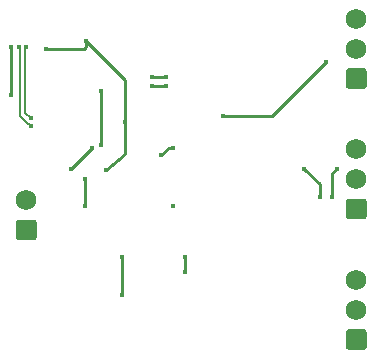
<source format=gbr>
G04 #@! TF.GenerationSoftware,KiCad,Pcbnew,5.1.5-52549c5~84~ubuntu18.04.1*
G04 #@! TF.CreationDate,2020-02-07T18:48:43-05:00*
G04 #@! TF.ProjectId,ultrasonic,756c7472-6173-46f6-9e69-632e6b696361,rev?*
G04 #@! TF.SameCoordinates,Original*
G04 #@! TF.FileFunction,Copper,L2,Bot*
G04 #@! TF.FilePolarity,Positive*
%FSLAX46Y46*%
G04 Gerber Fmt 4.6, Leading zero omitted, Abs format (unit mm)*
G04 Created by KiCad (PCBNEW 5.1.5-52549c5~84~ubuntu18.04.1) date 2020-02-07 18:48:43*
%MOMM*%
%LPD*%
G04 APERTURE LIST*
%ADD10C,1.740000*%
%ADD11C,0.100000*%
%ADD12C,0.400000*%
%ADD13C,0.250000*%
%ADD14C,0.200000*%
G04 APERTURE END LIST*
D10*
X137668000Y-114935000D03*
X137668000Y-117475000D03*
G04 #@! TA.AperFunction,ComponentPad*
D11*
G36*
X138312505Y-119146204D02*
G01*
X138336773Y-119149804D01*
X138360572Y-119155765D01*
X138383671Y-119164030D01*
X138405850Y-119174520D01*
X138426893Y-119187132D01*
X138446599Y-119201747D01*
X138464777Y-119218223D01*
X138481253Y-119236401D01*
X138495868Y-119256107D01*
X138508480Y-119277150D01*
X138518970Y-119299329D01*
X138527235Y-119322428D01*
X138533196Y-119346227D01*
X138536796Y-119370495D01*
X138538000Y-119394999D01*
X138538000Y-120635001D01*
X138536796Y-120659505D01*
X138533196Y-120683773D01*
X138527235Y-120707572D01*
X138518970Y-120730671D01*
X138508480Y-120752850D01*
X138495868Y-120773893D01*
X138481253Y-120793599D01*
X138464777Y-120811777D01*
X138446599Y-120828253D01*
X138426893Y-120842868D01*
X138405850Y-120855480D01*
X138383671Y-120865970D01*
X138360572Y-120874235D01*
X138336773Y-120880196D01*
X138312505Y-120883796D01*
X138288001Y-120885000D01*
X137047999Y-120885000D01*
X137023495Y-120883796D01*
X136999227Y-120880196D01*
X136975428Y-120874235D01*
X136952329Y-120865970D01*
X136930150Y-120855480D01*
X136909107Y-120842868D01*
X136889401Y-120828253D01*
X136871223Y-120811777D01*
X136854747Y-120793599D01*
X136840132Y-120773893D01*
X136827520Y-120752850D01*
X136817030Y-120730671D01*
X136808765Y-120707572D01*
X136802804Y-120683773D01*
X136799204Y-120659505D01*
X136798000Y-120635001D01*
X136798000Y-119394999D01*
X136799204Y-119370495D01*
X136802804Y-119346227D01*
X136808765Y-119322428D01*
X136817030Y-119299329D01*
X136827520Y-119277150D01*
X136840132Y-119256107D01*
X136854747Y-119236401D01*
X136871223Y-119218223D01*
X136889401Y-119201747D01*
X136909107Y-119187132D01*
X136930150Y-119174520D01*
X136952329Y-119164030D01*
X136975428Y-119155765D01*
X136999227Y-119149804D01*
X137023495Y-119146204D01*
X137047999Y-119145000D01*
X138288001Y-119145000D01*
X138312505Y-119146204D01*
G37*
G04 #@! TD.AperFunction*
D10*
X137668000Y-103886000D03*
X137668000Y-106426000D03*
G04 #@! TA.AperFunction,ComponentPad*
D11*
G36*
X138312505Y-108097204D02*
G01*
X138336773Y-108100804D01*
X138360572Y-108106765D01*
X138383671Y-108115030D01*
X138405850Y-108125520D01*
X138426893Y-108138132D01*
X138446599Y-108152747D01*
X138464777Y-108169223D01*
X138481253Y-108187401D01*
X138495868Y-108207107D01*
X138508480Y-108228150D01*
X138518970Y-108250329D01*
X138527235Y-108273428D01*
X138533196Y-108297227D01*
X138536796Y-108321495D01*
X138538000Y-108345999D01*
X138538000Y-109586001D01*
X138536796Y-109610505D01*
X138533196Y-109634773D01*
X138527235Y-109658572D01*
X138518970Y-109681671D01*
X138508480Y-109703850D01*
X138495868Y-109724893D01*
X138481253Y-109744599D01*
X138464777Y-109762777D01*
X138446599Y-109779253D01*
X138426893Y-109793868D01*
X138405850Y-109806480D01*
X138383671Y-109816970D01*
X138360572Y-109825235D01*
X138336773Y-109831196D01*
X138312505Y-109834796D01*
X138288001Y-109836000D01*
X137047999Y-109836000D01*
X137023495Y-109834796D01*
X136999227Y-109831196D01*
X136975428Y-109825235D01*
X136952329Y-109816970D01*
X136930150Y-109806480D01*
X136909107Y-109793868D01*
X136889401Y-109779253D01*
X136871223Y-109762777D01*
X136854747Y-109744599D01*
X136840132Y-109724893D01*
X136827520Y-109703850D01*
X136817030Y-109681671D01*
X136808765Y-109658572D01*
X136802804Y-109634773D01*
X136799204Y-109610505D01*
X136798000Y-109586001D01*
X136798000Y-108345999D01*
X136799204Y-108321495D01*
X136802804Y-108297227D01*
X136808765Y-108273428D01*
X136817030Y-108250329D01*
X136827520Y-108228150D01*
X136840132Y-108207107D01*
X136854747Y-108187401D01*
X136871223Y-108169223D01*
X136889401Y-108152747D01*
X136909107Y-108138132D01*
X136930150Y-108125520D01*
X136952329Y-108115030D01*
X136975428Y-108106765D01*
X136999227Y-108100804D01*
X137023495Y-108097204D01*
X137047999Y-108096000D01*
X138288001Y-108096000D01*
X138312505Y-108097204D01*
G37*
G04 #@! TD.AperFunction*
D10*
X137668000Y-92837000D03*
X137668000Y-95377000D03*
G04 #@! TA.AperFunction,ComponentPad*
D11*
G36*
X138312505Y-97048204D02*
G01*
X138336773Y-97051804D01*
X138360572Y-97057765D01*
X138383671Y-97066030D01*
X138405850Y-97076520D01*
X138426893Y-97089132D01*
X138446599Y-97103747D01*
X138464777Y-97120223D01*
X138481253Y-97138401D01*
X138495868Y-97158107D01*
X138508480Y-97179150D01*
X138518970Y-97201329D01*
X138527235Y-97224428D01*
X138533196Y-97248227D01*
X138536796Y-97272495D01*
X138538000Y-97296999D01*
X138538000Y-98537001D01*
X138536796Y-98561505D01*
X138533196Y-98585773D01*
X138527235Y-98609572D01*
X138518970Y-98632671D01*
X138508480Y-98654850D01*
X138495868Y-98675893D01*
X138481253Y-98695599D01*
X138464777Y-98713777D01*
X138446599Y-98730253D01*
X138426893Y-98744868D01*
X138405850Y-98757480D01*
X138383671Y-98767970D01*
X138360572Y-98776235D01*
X138336773Y-98782196D01*
X138312505Y-98785796D01*
X138288001Y-98787000D01*
X137047999Y-98787000D01*
X137023495Y-98785796D01*
X136999227Y-98782196D01*
X136975428Y-98776235D01*
X136952329Y-98767970D01*
X136930150Y-98757480D01*
X136909107Y-98744868D01*
X136889401Y-98730253D01*
X136871223Y-98713777D01*
X136854747Y-98695599D01*
X136840132Y-98675893D01*
X136827520Y-98654850D01*
X136817030Y-98632671D01*
X136808765Y-98609572D01*
X136802804Y-98585773D01*
X136799204Y-98561505D01*
X136798000Y-98537001D01*
X136798000Y-97296999D01*
X136799204Y-97272495D01*
X136802804Y-97248227D01*
X136808765Y-97224428D01*
X136817030Y-97201329D01*
X136827520Y-97179150D01*
X136840132Y-97158107D01*
X136854747Y-97138401D01*
X136871223Y-97120223D01*
X136889401Y-97103747D01*
X136909107Y-97089132D01*
X136930150Y-97076520D01*
X136952329Y-97066030D01*
X136975428Y-97057765D01*
X136999227Y-97051804D01*
X137023495Y-97048204D01*
X137047999Y-97047000D01*
X138288001Y-97047000D01*
X138312505Y-97048204D01*
G37*
G04 #@! TD.AperFunction*
D10*
X109728000Y-108204000D03*
G04 #@! TA.AperFunction,ComponentPad*
D11*
G36*
X110372505Y-109875204D02*
G01*
X110396773Y-109878804D01*
X110420572Y-109884765D01*
X110443671Y-109893030D01*
X110465850Y-109903520D01*
X110486893Y-109916132D01*
X110506599Y-109930747D01*
X110524777Y-109947223D01*
X110541253Y-109965401D01*
X110555868Y-109985107D01*
X110568480Y-110006150D01*
X110578970Y-110028329D01*
X110587235Y-110051428D01*
X110593196Y-110075227D01*
X110596796Y-110099495D01*
X110598000Y-110123999D01*
X110598000Y-111364001D01*
X110596796Y-111388505D01*
X110593196Y-111412773D01*
X110587235Y-111436572D01*
X110578970Y-111459671D01*
X110568480Y-111481850D01*
X110555868Y-111502893D01*
X110541253Y-111522599D01*
X110524777Y-111540777D01*
X110506599Y-111557253D01*
X110486893Y-111571868D01*
X110465850Y-111584480D01*
X110443671Y-111594970D01*
X110420572Y-111603235D01*
X110396773Y-111609196D01*
X110372505Y-111612796D01*
X110348001Y-111614000D01*
X109107999Y-111614000D01*
X109083495Y-111612796D01*
X109059227Y-111609196D01*
X109035428Y-111603235D01*
X109012329Y-111594970D01*
X108990150Y-111584480D01*
X108969107Y-111571868D01*
X108949401Y-111557253D01*
X108931223Y-111540777D01*
X108914747Y-111522599D01*
X108900132Y-111502893D01*
X108887520Y-111481850D01*
X108877030Y-111459671D01*
X108868765Y-111436572D01*
X108862804Y-111412773D01*
X108859204Y-111388505D01*
X108858000Y-111364001D01*
X108858000Y-110123999D01*
X108859204Y-110099495D01*
X108862804Y-110075227D01*
X108868765Y-110051428D01*
X108877030Y-110028329D01*
X108887520Y-110006150D01*
X108900132Y-109985107D01*
X108914747Y-109965401D01*
X108931223Y-109947223D01*
X108949401Y-109930747D01*
X108969107Y-109916132D01*
X108990150Y-109903520D01*
X109012329Y-109893030D01*
X109035428Y-109884765D01*
X109059227Y-109878804D01*
X109083495Y-109875204D01*
X109107999Y-109874000D01*
X110348001Y-109874000D01*
X110372505Y-109875204D01*
G37*
G04 #@! TD.AperFunction*
D12*
X116078000Y-98933000D03*
X116078000Y-103505000D03*
X108458000Y-99314000D03*
X108458000Y-95250000D03*
X114681000Y-108712000D03*
X114681000Y-106426000D03*
X110109000Y-101925000D03*
X109093000Y-95250000D03*
X110109000Y-101275000D03*
X109728000Y-95250000D03*
X122174000Y-108712000D03*
X118110000Y-101600000D03*
X118110000Y-101600000D03*
X136017000Y-105537000D03*
X135636000Y-107950000D03*
X114808000Y-94742000D03*
X116459000Y-105664000D03*
X114808000Y-94742000D03*
X117856000Y-116205000D03*
X117865000Y-113030000D03*
X111404400Y-95453200D03*
X135128000Y-96520000D03*
X126365000Y-101092000D03*
X133223000Y-105537000D03*
X134620000Y-107950000D03*
X120372998Y-97790054D03*
X121539000Y-97790000D03*
X122174000Y-103759000D03*
X121158000Y-104394000D03*
X120374798Y-98552050D03*
X121539000Y-98552000D03*
X113521000Y-105537000D03*
X115316000Y-103759000D03*
X123190000Y-113030000D03*
X123190000Y-114300000D03*
D13*
X116078000Y-103505000D02*
X116078000Y-98933000D01*
X108458000Y-95250000D02*
X108458000Y-99314000D01*
X114681000Y-108712000D02*
X114681000Y-106426000D01*
D14*
X109959001Y-101775001D02*
X110109000Y-101925000D01*
X109093000Y-95250000D02*
X109078000Y-95246501D01*
X109178000Y-95346501D02*
X109178000Y-101084002D01*
X109078000Y-95246501D02*
X109178000Y-95346501D01*
X109178000Y-101084002D02*
X109868999Y-101775001D01*
X109868999Y-101775001D02*
X109959001Y-101775001D01*
X110095397Y-101275000D02*
X110109000Y-101275000D01*
X109628000Y-100807603D02*
X110095397Y-101275000D01*
X109628000Y-95346501D02*
X109628000Y-100807603D01*
X109728000Y-95246501D02*
X109628000Y-95346501D01*
X109728000Y-95250000D02*
X109728000Y-95246501D01*
D13*
X136017000Y-105537000D02*
X135636000Y-105918000D01*
X135636000Y-105918000D02*
X135636000Y-107950000D01*
X118110000Y-98044000D02*
X114808000Y-94742000D01*
X118110000Y-101600000D02*
X118110000Y-98044000D01*
X118110000Y-104267000D02*
X118110000Y-101600000D01*
X116459000Y-105664000D02*
X118110000Y-104267000D01*
X117865000Y-113030000D02*
X117856000Y-116205000D01*
X111404400Y-95453200D02*
X114604800Y-95453200D01*
X114808000Y-95250000D02*
X114808000Y-94742000D01*
X114604800Y-95453200D02*
X114808000Y-95250000D01*
X135128000Y-96520000D02*
X130556000Y-101092000D01*
X130556000Y-101092000D02*
X126365000Y-101092000D01*
X134620000Y-106807000D02*
X133223000Y-105537000D01*
X134620000Y-107950000D02*
X134620000Y-106807000D01*
X120372998Y-97790054D02*
X121538946Y-97790054D01*
X121538946Y-97790054D02*
X121539000Y-97790000D01*
X122174000Y-103759000D02*
X121793000Y-103759000D01*
X121793000Y-103759000D02*
X121158000Y-104394000D01*
X120374798Y-98552050D02*
X121538950Y-98552050D01*
X121538950Y-98552050D02*
X121539000Y-98552000D01*
X113538000Y-105537000D02*
X113521000Y-105537000D01*
X115316000Y-103759000D02*
X113538000Y-105537000D01*
X123190000Y-113030000D02*
X123190000Y-114300000D01*
M02*

</source>
